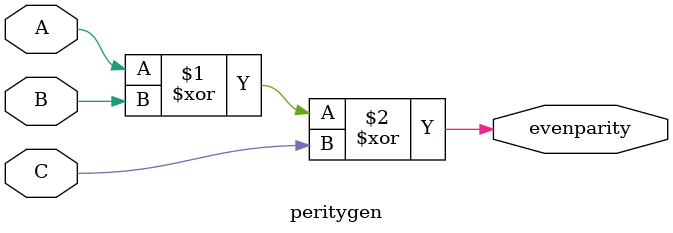
<source format=v>
`timescale 1ns / 1ps
module peritygen(

	input A,
	input B,
	input C,
	output wire evenparity
    );
   
  assign  evenparity = A ^ B ^ C;
  
	
endmodule

</source>
